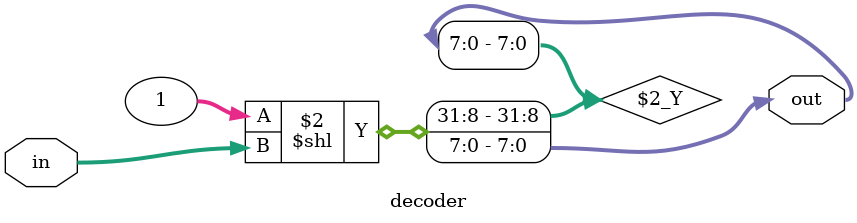
<source format=v>
module decoder #(parameter N = 3) (input  [N-1:0] in,output reg [2**N-1:0] out);
    always @(*) 
      begin  
       out=1<<in;
      end
endmodule

</source>
